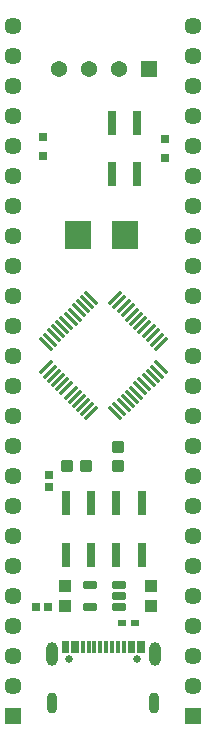
<source format=gbr>
%TF.GenerationSoftware,Altium Limited,Altium Designer,22.10.1 (41)*%
G04 Layer_Color=255*
%FSLAX45Y45*%
%MOMM*%
%TF.SameCoordinates,F1D13F34-3715-448E-B12D-83C564530F5A*%
%TF.FilePolarity,Positive*%
%TF.FileFunction,Pads,Top*%
%TF.Part,Single*%
G01*
G75*
%TA.AperFunction,SMDPad,CuDef*%
%ADD11R,2.20000X2.40000*%
G04:AMPARAMS|DCode=12|XSize=0.67mm|YSize=1.17mm|CornerRadius=0.0402mm|HoleSize=0mm|Usage=FLASHONLY|Rotation=90.000|XOffset=0mm|YOffset=0mm|HoleType=Round|Shape=RoundedRectangle|*
%AMROUNDEDRECTD12*
21,1,0.67000,1.08960,0,0,90.0*
21,1,0.58960,1.17000,0,0,90.0*
1,1,0.08040,0.54480,0.29480*
1,1,0.08040,0.54480,-0.29480*
1,1,0.08040,-0.54480,-0.29480*
1,1,0.08040,-0.54480,0.29480*
%
%ADD12ROUNDEDRECTD12*%
%TA.AperFunction,ConnectorPad*%
%ADD13R,0.30000X1.14000*%
%TA.AperFunction,SMDPad,CuDef*%
%ADD14R,0.70000X0.50000*%
%ADD15R,0.80000X0.80000*%
G04:AMPARAMS|DCode=16|XSize=1.49mm|YSize=0.28mm|CornerRadius=0.035mm|HoleSize=0mm|Usage=FLASHONLY|Rotation=315.000|XOffset=0mm|YOffset=0mm|HoleType=Round|Shape=RoundedRectangle|*
%AMROUNDEDRECTD16*
21,1,1.49000,0.21000,0,0,315.0*
21,1,1.42000,0.28000,0,0,315.0*
1,1,0.07000,0.42780,-0.57629*
1,1,0.07000,-0.57629,0.42780*
1,1,0.07000,-0.42780,0.57629*
1,1,0.07000,0.57629,-0.42780*
%
%ADD16ROUNDEDRECTD16*%
G04:AMPARAMS|DCode=17|XSize=1.49mm|YSize=0.28mm|CornerRadius=0.035mm|HoleSize=0mm|Usage=FLASHONLY|Rotation=45.000|XOffset=0mm|YOffset=0mm|HoleType=Round|Shape=RoundedRectangle|*
%AMROUNDEDRECTD17*
21,1,1.49000,0.21000,0,0,45.0*
21,1,1.42000,0.28000,0,0,45.0*
1,1,0.07000,0.57629,0.42780*
1,1,0.07000,-0.42780,-0.57629*
1,1,0.07000,-0.57629,-0.42780*
1,1,0.07000,0.42780,0.57629*
%
%ADD17ROUNDEDRECTD17*%
G04:AMPARAMS|DCode=18|XSize=0.94mm|YSize=1.02mm|CornerRadius=0.094mm|HoleSize=0mm|Usage=FLASHONLY|Rotation=0.000|XOffset=0mm|YOffset=0mm|HoleType=Round|Shape=RoundedRectangle|*
%AMROUNDEDRECTD18*
21,1,0.94000,0.83200,0,0,0.0*
21,1,0.75200,1.02000,0,0,0.0*
1,1,0.18800,0.37600,-0.41600*
1,1,0.18800,-0.37600,-0.41600*
1,1,0.18800,-0.37600,0.41600*
1,1,0.18800,0.37600,0.41600*
%
%ADD18ROUNDEDRECTD18*%
G04:AMPARAMS|DCode=19|XSize=0.94mm|YSize=1.02mm|CornerRadius=0.094mm|HoleSize=0mm|Usage=FLASHONLY|Rotation=90.000|XOffset=0mm|YOffset=0mm|HoleType=Round|Shape=RoundedRectangle|*
%AMROUNDEDRECTD19*
21,1,0.94000,0.83200,0,0,90.0*
21,1,0.75200,1.02000,0,0,90.0*
1,1,0.18800,0.41600,0.37600*
1,1,0.18800,0.41600,-0.37600*
1,1,0.18800,-0.41600,-0.37600*
1,1,0.18800,-0.41600,0.37600*
%
%ADD19ROUNDEDRECTD19*%
%ADD20R,1.00000X1.10000*%
%ADD21R,0.65000X2.00000*%
%TA.AperFunction,ComponentPad*%
%ADD25R,1.44800X1.44800*%
%ADD26C,1.44800*%
%ADD27O,1.00000X2.00000*%
%ADD28O,0.90000X1.80000*%
%ADD29C,0.65000*%
%ADD30C,1.37000*%
%ADD31R,1.37000X1.37000*%
D11*
X4199698Y5467099D02*
D03*
X3799698D02*
D03*
D12*
X4146500Y2312000D02*
D03*
Y2406000D02*
D03*
Y2500000D02*
D03*
X3902500D02*
D03*
Y2312000D02*
D03*
D13*
X3938200Y1980600D02*
D03*
X3888200D02*
D03*
X3988200D02*
D03*
X4348200D02*
D03*
X4318200D02*
D03*
X4268200D02*
D03*
X4238200D02*
D03*
X4188200D02*
D03*
X4138200D02*
D03*
X4088200D02*
D03*
X4038200D02*
D03*
X3678200D02*
D03*
X3708200D02*
D03*
X3758200D02*
D03*
X3788200D02*
D03*
X3838200D02*
D03*
D14*
X4280900Y2176200D02*
D03*
X4170900D02*
D03*
D15*
X3547500Y2315000D02*
D03*
X3557500Y3437500D02*
D03*
X3442500Y2315000D02*
D03*
X3504425Y6132249D02*
D03*
Y6297249D02*
D03*
X4536923Y6117250D02*
D03*
Y6282250D02*
D03*
X3557500Y3335000D02*
D03*
D16*
X3700981Y4721433D02*
D03*
X3559560Y4580012D02*
D03*
X3594915Y4615367D02*
D03*
X3630271Y4650722D02*
D03*
X3665626Y4686078D02*
D03*
X3736337Y4756789D02*
D03*
X3771692Y4792144D02*
D03*
X3807048Y4827499D02*
D03*
X3842403Y4862854D02*
D03*
X3877758Y4898210D02*
D03*
X3913113Y4933565D02*
D03*
X3524205Y4544656D02*
D03*
X4113932Y3954930D02*
D03*
X4149287Y3990285D02*
D03*
X4184642Y4025640D02*
D03*
X4219998Y4060995D02*
D03*
X4255353Y4096351D02*
D03*
X4290708Y4131706D02*
D03*
X4326064Y4167062D02*
D03*
X4361419Y4202417D02*
D03*
X4396774Y4237772D02*
D03*
X4432130Y4273128D02*
D03*
X4467485Y4308483D02*
D03*
X4502840Y4343838D02*
D03*
D17*
X3524205D02*
D03*
X4113932Y4933565D02*
D03*
X3559560Y4308483D02*
D03*
X4149287Y4898210D02*
D03*
X3594915Y4273128D02*
D03*
X3630271Y4237772D02*
D03*
X3665626Y4202417D02*
D03*
X3700981Y4167062D02*
D03*
X3736337Y4131706D02*
D03*
X3913113Y3954930D02*
D03*
X3877758Y3990285D02*
D03*
X3842403Y4025640D02*
D03*
X3807048Y4060995D02*
D03*
X3771692Y4096351D02*
D03*
X4184642Y4862854D02*
D03*
X4219998Y4827499D02*
D03*
X4255353Y4792144D02*
D03*
X4290708Y4756789D02*
D03*
X4326064Y4721433D02*
D03*
X4396774Y4650722D02*
D03*
X4432130Y4615367D02*
D03*
X4467485Y4580012D02*
D03*
X4502840Y4544656D02*
D03*
X4361419Y4686078D02*
D03*
D18*
X3706002Y3510002D02*
D03*
X3864002D02*
D03*
D19*
X4135998D02*
D03*
Y3668002D02*
D03*
D20*
X4417700Y2490700D02*
D03*
Y2320700D02*
D03*
X3685200Y2490700D02*
D03*
Y2320700D02*
D03*
D21*
X4084600Y5979700D02*
D03*
X4299600D02*
D03*
X4300000Y6412501D02*
D03*
X4085000D02*
D03*
X4124599Y2759701D02*
D03*
X4339599D02*
D03*
X4339999Y3192501D02*
D03*
X4124999D02*
D03*
X3694602Y2759701D02*
D03*
X3909602D02*
D03*
X3910002Y3192501D02*
D03*
X3695002D02*
D03*
D25*
X4777000Y1395000D02*
D03*
X3253000Y1395000D02*
D03*
D26*
X4777000Y1649000D02*
D03*
Y1903000D02*
D03*
Y2157000D02*
D03*
Y2411000D02*
D03*
Y2665000D02*
D03*
Y2919000D02*
D03*
Y3173000D02*
D03*
Y3427000D02*
D03*
Y3681000D02*
D03*
Y3935000D02*
D03*
Y4189000D02*
D03*
Y4443000D02*
D03*
Y4697000D02*
D03*
Y4951000D02*
D03*
Y5205000D02*
D03*
Y5459000D02*
D03*
Y5713000D02*
D03*
Y5967000D02*
D03*
Y6221000D02*
D03*
Y6475000D02*
D03*
Y6729000D02*
D03*
Y6983000D02*
D03*
Y7237000D02*
D03*
X3253000Y1649000D02*
D03*
Y1903000D02*
D03*
Y2157000D02*
D03*
Y2411000D02*
D03*
Y2665000D02*
D03*
Y2919000D02*
D03*
Y3173000D02*
D03*
Y3427000D02*
D03*
Y3681000D02*
D03*
Y3935000D02*
D03*
Y4189000D02*
D03*
Y4443000D02*
D03*
Y4697000D02*
D03*
Y4951000D02*
D03*
Y5205000D02*
D03*
Y5459000D02*
D03*
Y5713000D02*
D03*
Y5967000D02*
D03*
Y6221000D02*
D03*
Y6475000D02*
D03*
Y6729000D02*
D03*
Y6983000D02*
D03*
Y7237000D02*
D03*
D27*
X4447500Y1920000D02*
D03*
X3580700Y1921600D02*
D03*
D28*
X4445700Y1503600D02*
D03*
X3580700D02*
D03*
D29*
X4302200Y1873600D02*
D03*
X3724200D02*
D03*
D30*
X3634501Y6872500D02*
D03*
X3888501D02*
D03*
X4142501D02*
D03*
D31*
X4396501D02*
D03*
%TF.MD5,956e0b1b6559d5d9041ed8fc456dcc5d*%
M02*

</source>
